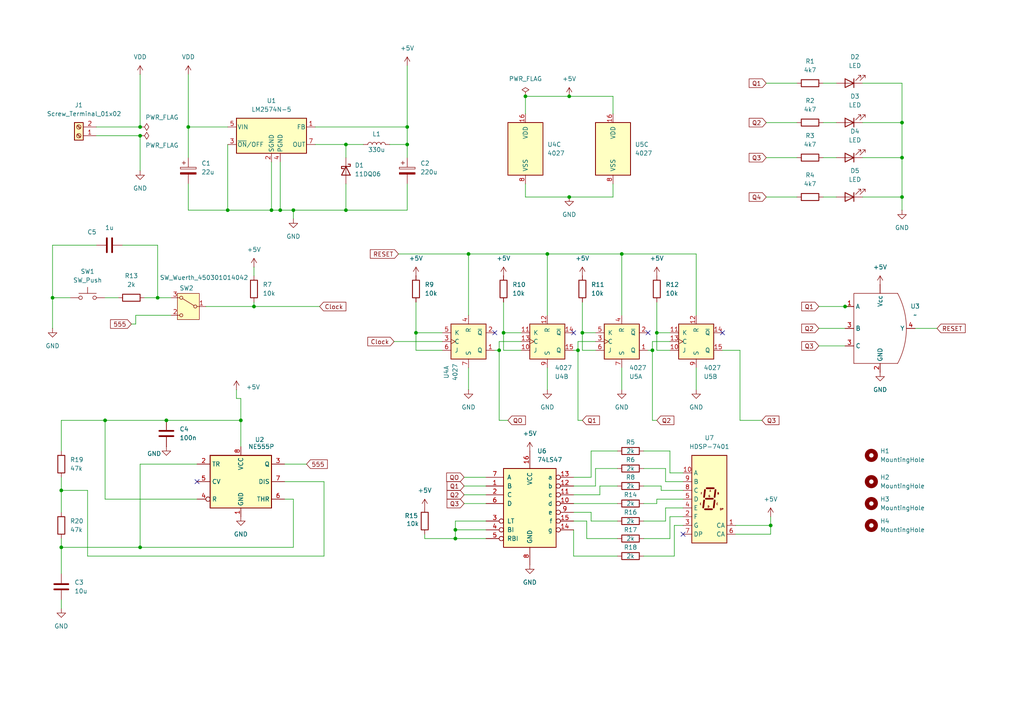
<source format=kicad_sch>
(kicad_sch (version 20250114) (generator "eeschema") (generator_version "9.0")
  (paper "A4")
  (title_block (title "BCD Counter"))
  (lib_symbols
    (symbol "4xxx:4027" (pin_names (offset 1.016))
      (property "Reference" "U" (at -7.62 8.89 0))
      (property "Value" "4027" (at -7.62 -8.89 0))
      (symbol "4027_1_1"
        (pin input line (at -7.62 2.54 0) (length 2.54) (name "J") (number "6"))
        (pin input clock (at -7.62 0 0) (length 2.54) (name "C") (number "3"))
        (pin input line (at -7.62 -2.54 0) (length 2.54) (name "K") (number "5"))
        (pin input line (at 0 7.62 270) (length 2.54) (name "S") (number "7"))
        (pin input line (at 0 -7.62 90) (length 2.54) (name "R") (number "4"))
        (pin output line (at 7.62 2.54 180) (length 2.54) (name "Q") (number "1"))
        (pin output line (at 7.62 -2.54 180) (length 2.54) (name "~{Q}") (number "2"))
      )
      (symbol "4027_2_1"
        (pin input line (at -7.62 2.54 0) (length 2.54) (name "J") (number "10"))
        (pin input clock (at -7.62 0 0) (length 2.54) (name "C") (number "13"))
        (pin input line (at -7.62 -2.54 0) (length 2.54) (name "K") (number "11"))
        (pin input line (at 0 7.62 270) (length 2.54) (name "S") (number "9"))
        (pin input line (at 0 -7.62 90) (length 2.54) (name "R") (number "12"))
        (pin output line (at 7.62 2.54 180) (length 2.54) (name "Q") (number "15"))
        (pin output line (at 7.62 -2.54 180) (length 2.54) (name "~{Q}") (number "14"))
      )
      (symbol "4027_3_0"
        (pin power_in line (at 0 10.16 270) (length 2.54) (name "VDD") (number "16"))
        (pin power_in line (at 0 -10.16 90) (length 2.54) (name "VSS") (number "8"))
      )
    )
    (symbol "74xx:74LS47" (pin_names (offset 1.016))
      (property "Reference" "U" (at -7.62 11.43 0))
      (property "Value" "74LS47" (at -7.62 -13.97 0))
      (symbol "74LS47_1_0"
        (pin input line (at -12.7 7.62 0) (length 5.08) (name "A") (number "7"))
        (pin input line (at -12.7 5.08 0) (length 5.08) (name "B") (number "1"))
        (pin input line (at -12.7 2.54 0) (length 5.08) (name "C") (number "2"))
        (pin input line (at -12.7 0 0) (length 5.08) (name "D") (number "6"))
        (pin input inverted (at -12.7 -5.08 0) (length 5.08) (name "LT") (number "3"))
        (pin input inverted (at -12.7 -7.62 0) (length 5.08) (name "BI") (number "4"))
        (pin input inverted (at -12.7 -10.16 0) (length 5.08) (name "RBI") (number "5"))
        (pin power_in line (at 0 15.24 270) (length 5.08) (name "VCC") (number "16"))
        (pin power_in line (at 0 -17.78 90) (length 5.08) (name "GND") (number "8"))
        (pin open_collector inverted (at 12.7 7.62 180) (length 5.08) (name "a") (number "13"))
        (pin open_collector inverted (at 12.7 5.08 180) (length 5.08) (name "b") (number "12"))
        (pin open_collector inverted (at 12.7 2.54 180) (length 5.08) (name "c") (number "11"))
        (pin open_collector inverted (at 12.7 0 180) (length 5.08) (name "d") (number "10"))
        (pin open_collector inverted (at 12.7 -2.54 180) (length 5.08) (name "e") (number "9"))
        (pin open_collector inverted (at 12.7 -5.08 180) (length 5.08) (name "f") (number "15"))
        (pin open_collector inverted (at 12.7 -7.62 180) (length 5.08) (name "g") (number "14"))
      )
    )
    (symbol "Connector:Screw_Terminal_01x02" (pin_names (offset 1.016) (hide yes))
      (property "Reference" "J" (at 0 2.54 0))
      (property "Value" "Screw_Terminal_01x02" (at 0 -5.08 0))
      (symbol "Screw_Terminal_01x02_1_1"
        (pin passive line (at -5.08 0 0) (length 3.81) (name "Pin_1") (number "1"))
        (pin passive line (at -5.08 -2.54 0) (length 3.81) (name "Pin_2") (number "2"))
      )
    )
    (symbol "Device:C" (pin_numbers (hide yes)) (pin_names (offset 0.254))
      (property "Reference" "C" (at 0.635 2.54 0))
      (property "Value" "C" (at 0.635 -2.54 0))
      (symbol "C_1_1"
        (pin passive line (at 0 3.81 270) (length 2.794) (name "~") (number "1"))
        (pin passive line (at 0 -3.81 90) (length 2.794) (name "~") (number "2"))
      )
    )
    (symbol "Device:C_Polarized" (pin_numbers (hide yes)) (pin_names (offset 0.254))
      (property "Reference" "C" (at 0.635 2.54 0))
      (property "Value" "C_Polarized" (at 0.635 -2.54 0))
      (symbol "C_Polarized_1_1"
        (pin passive line (at 0 3.81 270) (length 2.794) (name "~") (number "1"))
        (pin passive line (at 0 -3.81 90) (length 2.794) (name "~") (number "2"))
      )
    )
    (symbol "Device:D_Schottky" (pin_numbers (hide yes)) (pin_names (offset 1.016) (hide yes))
      (property "Reference" "D" (at 0 2.54 0))
      (property "Value" "D_Schottky" (at 0 -2.54 0))
      (symbol "D_Schottky_1_1"
        (pin passive line (at -3.81 0 0) (length 2.54) (name "K") (number "1"))
        (pin passive line (at 3.81 0 180) (length 2.54) (name "A") (number "2"))
      )
    )
    (symbol "Device:L" (pin_numbers (hide yes)) (pin_names (offset 1.016) (hide yes))
      (property "Reference" "L" (at -1.27 0 90))
      (property "Value" "L" (at 1.905 0 90))
      (symbol "L_1_1"
        (pin passive line (at 0 3.81 270) (length 1.27) (name "1") (number "1"))
        (pin passive line (at 0 -3.81 90) (length 1.27) (name "2") (number "2"))
      )
    )
    (symbol "Device:LED" (pin_numbers (hide yes)) (pin_names (offset 1.016) (hide yes))
      (property "Reference" "D" (at 0 2.54 0))
      (property "Value" "LED" (at 0 -2.54 0))
      (symbol "LED_1_1"
        (pin passive line (at -3.81 0 0) (length 2.54) (name "K") (number "1"))
        (pin passive line (at 3.81 0 180) (length 2.54) (name "A") (number "2"))
      )
    )
    (symbol "Device:R" (pin_numbers (hide yes)) (pin_names (offset 0))
      (property "Reference" "R" (at 2.032 0 90))
      (property "Value" "R" (at 0 0 90))
      (symbol "R_1_1"
        (pin passive line (at 0 3.81 270) (length 1.27) (name "~") (number "1"))
        (pin passive line (at 0 -3.81 90) (length 1.27) (name "~") (number "2"))
      )
    )
    (symbol "Display_Character:HDSP-7401"
      (property "Reference" "U" (at -3.81 13.97 0))
      (property "Value" "HDSP-7401" (at 6.35 13.97 0))
      (symbol "HDSP-7401_1_0"
        (text "E" (at -2.54 -1.397 0) (effects (font (size 0.508 0.508))))
        (text "F" (at -2.286 1.651 0) (effects (font (size 0.508 0.508))))
        (text "D" (at -0.254 -2.159 0) (effects (font (size 0.508 0.508))))
        (text "G" (at 0 0.889 0) (effects (font (size 0.508 0.508))))
        (text "A" (at 0.254 2.413 0) (effects (font (size 0.508 0.508))))
        (text "C" (at 2.286 -1.397 0) (effects (font (size 0.508 0.508))))
        (text "B" (at 2.54 1.651 0) (effects (font (size 0.508 0.508))))
        (text "DP" (at 3.556 -2.921 0) (effects (font (size 0.508 0.508))))
      )
      (symbol "HDSP-7401_1_1"
        (pin input line (at -7.62 7.62 0) (length 2.54) (name "A") (number "10"))
        (pin input line (at -7.62 5.08 0) (length 2.54) (name "B") (number "9"))
        (pin input line (at -7.62 2.54 0) (length 2.54) (name "C") (number "8"))
        (pin input line (at -7.62 0 0) (length 2.54) (name "D") (number "5"))
        (pin input line (at -7.62 -2.54 0) (length 2.54) (name "E") (number "4"))
        (pin input line (at -7.62 -5.08 0) (length 2.54) (name "F") (number "2"))
        (pin input line (at -7.62 -7.62 0) (length 2.54) (name "G") (number "3"))
        (pin input line (at -7.62 -10.16 0) (length 2.54) (name "DP") (number "7"))
        (pin input line (at 7.62 -7.62 180) (length 2.54) (name "CA") (number "1"))
        (pin input line (at 7.62 -10.16 180) (length 2.54) (name "CA") (number "6"))
      )
    )
    (symbol "Mechanical:MountingHole" (pin_names (offset 1.016)) (in_bom no)
      (property "Reference" "H" (at 0 5.08 0))
      (property "Value" "MountingHole" (at 0 3.175 0))
    )
    (symbol "Regulator_Switching:LM2574N-5" (pin_names (offset 0.254))
      (property "Reference" "U" (at -10.16 6.35 0))
      (property "Value" "LM2574N-5" (at 0 6.35 0))
      (symbol "LM2574N-5_1_1"
        (pin power_in line (at -12.7 2.54 0) (length 2.54) (name "VIN") (number "5"))
        (pin input line (at -12.7 -2.54 0) (length 2.54) (name "~{ON}/OFF") (number "3"))
        (pin no_connect line (at -10.16 0 0) (length 2.54) (hide yes) (name "NC") (number "6"))
        (pin power_in line (at 0 -7.62 90) (length 2.54) (name "SGND") (number "2"))
        (pin power_in line (at 2.54 -7.62 90) (length 2.54) (name "PGND") (number "4"))
        (pin no_connect line (at 10.16 0 180) (length 2.54) (hide yes) (name "NC") (number "8"))
        (pin input line (at 12.7 2.54 180) (length 2.54) (name "FB") (number "1"))
        (pin output line (at 12.7 -2.54 180) (length 2.54) (name "OUT") (number "7"))
      )
    )
    (symbol "Simboli:SN74LVC1G11"
      (property "Reference" "U" (at 0 0 0))
      (symbol "SN74LVC1G11_1_1"
        (pin input line (at -2.54 -7.62 0) (length 2.54) (name "A") (number "1"))
        (pin input line (at -2.54 -13.97 0) (length 2.54) (name "B") (number "3"))
        (pin input line (at -2.54 -19.05 0) (length 2.54) (name "C") (number "3"))
        (pin power_in line (at 7.62 -1.27 270) (length 2.54) (name "Vcc") (number ""))
        (pin power_in line (at 7.62 -26.67 90) (length 2.54) (name "GND") (number "2"))
        (pin output line (at 17.78 -13.97 180) (length 2.54) (name "Y") (number "4"))
      )
    )
    (symbol "Switch:SW_Push" (pin_numbers (hide yes)) (pin_names (offset 1.016) (hide yes))
      (property "Reference" "SW" (at 1.27 2.54 0))
      (property "Value" "SW_Push" (at 0 -1.524 0))
      (symbol "SW_Push_0_1"
        (pin passive line (at -5.08 0 0) (length 2.54) (name "1") (number "1"))
        (pin passive line (at 5.08 0 180) (length 2.54) (name "2") (number "2"))
      )
    )
    (symbol "Switch:SW_Wuerth_450301014042" (pin_names (offset 1) (hide yes))
      (property "Reference" "SW" (at 0 5.08 0))
      (property "Value" "SW_Wuerth_450301014042" (at 0 -5.08 0))
      (symbol "SW_Wuerth_450301014042_1_1"
        (pin passive line (at -5.08 0 0) (length 2.54) (name "B") (number "1"))
        (pin passive line (at 5.08 2.54 180) (length 2.54) (name "A") (number "3"))
        (pin passive line (at 5.08 -2.54 180) (length 2.54) (name "C") (number "2"))
      )
    )
    (symbol "Timer:NE555P"
      (property "Reference" "U" (at -10.16 8.89 0))
      (property "Value" "NE555P" (at 2.54 8.89 0))
      (symbol "NE555P_0_0"
        (pin power_in line (at 0 10.16 270) (length 2.54) (name "VCC") (number "8"))
        (pin power_in line (at 0 -10.16 90) (length 2.54) (name "GND") (number "1"))
      )
      (symbol "NE555P_1_1"
        (pin input line (at -12.7 5.08 0) (length 3.81) (name "TR") (number "2"))
        (pin input line (at -12.7 0 0) (length 3.81) (name "CV") (number "5"))
        (pin input inverted (at -12.7 -5.08 0) (length 3.81) (name "R") (number "4"))
        (pin output line (at 12.7 5.08 180) (length 3.81) (name "Q") (number "3"))
        (pin input line (at 12.7 0 180) (length 3.81) (name "DIS") (number "7"))
        (pin input line (at 12.7 -5.08 180) (length 3.81) (name "THR") (number "6"))
      )
    )
    (symbol "power:+5V" (power) (pin_numbers (hide yes)) (pin_names (offset 0) (hide yes))
      (property "Value" "+5V" (at 0 3.556 0))
      (symbol "+5V_1_1"
        (pin power_in line (at 0 0 90) (length 0) (name "~") (number "1"))
      )
    )
    (symbol "power:GND" (power) (pin_numbers (hide yes)) (pin_names (offset 0) (hide yes))
      (property "Value" "GND" (at 0 -3.81 0))
      (symbol "GND_1_1"
        (pin power_in line (at 0 0 270) (length 0) (name "~") (number "1"))
      )
    )
    (symbol "power:PWR_FLAG" (power) (pin_numbers (hide yes)) (pin_names (offset 0) (hide yes))
      (property "Value" "PWR_FLAG" (at 0 3.81 0))
      (symbol "PWR_FLAG_0_0"
        (pin power_out line (at 0 0 90) (length 0) (name "~") (number "1"))
      )
    )
    (symbol "power:VDD" (power) (pin_numbers (hide yes)) (pin_names (offset 0) (hide yes))
      (property "Value" "VDD" (at 0 3.556 0))
      (symbol "VDD_1_1"
        (pin power_in line (at 0 0 90) (length 0) (name "~") (number "1"))
      )
    )
  )
  (junction (at 100.33 60.96))
  (junction (at 17.78 158.75))
  (junction (at 30.48 121.92))
  (junction (at 165.1 27.94))
  (junction (at 81.28 60.96))
  (junction (at 132.08 153.67))
  (junction (at 120.65 96.52))
  (junction (at 15.24 86.36))
  (junction (at 78.74 60.96))
  (junction (at 54.61 36.83))
  (junction (at 45.72 86.36))
  (junction (at 40.64 39.37))
  (junction (at 152.4 27.94))
  (junction (at 144.78 101.6))
  (junction (at 48.26 121.92))
  (junction (at 40.64 158.75))
  (junction (at 168.91 96.52))
  (junction (at 132.08 156.21))
  (junction (at 245.11 88.9))
  (junction (at 17.78 142.24))
  (junction (at 118.11 36.83))
  (junction (at 261.62 57.15))
  (junction (at 100.33 41.91))
  (junction (at 66.04 60.96))
  (junction (at 146.05 96.52))
  (junction (at 189.23 101.6))
  (junction (at 118.11 41.91))
  (junction (at 261.62 45.72))
  (junction (at 158.75 73.66))
  (junction (at 40.64 36.83))
  (junction (at 135.89 73.66))
  (junction (at 167.64 101.6))
  (junction (at 190.5 96.52))
  (junction (at 180.34 73.66))
  (junction (at 69.85 121.92))
  (junction (at 261.62 35.56))
  (junction (at 85.09 60.96))
  (junction (at 223.52 152.4))
  (junction (at 165.1 57.15))
  (junction (at 73.66 88.9))
  (no_connect (at 209.55 96.52))
  (no_connect (at 198.12 154.94))
  (no_connect (at 143.51 96.52))
  (no_connect (at 57.15 139.7))
  (no_connect (at 187.96 96.52))
  (no_connect (at 166.37 96.52))
  (wire (pts (xy 134.62 138.43) (xy 140.97 138.43)))
  (wire (pts (xy 166.37 140.97) (xy 172.72 140.97)))
  (wire (pts (xy 54.61 60.96) (xy 54.61 53.34)))
  (wire (pts (xy 17.78 173.99) (xy 17.78 176.53)))
  (wire (pts (xy 82.55 144.78) (xy 85.09 144.78)))
  (wire (pts (xy 118.11 36.83) (xy 118.11 41.91)))
  (wire (pts (xy 135.89 73.66) (xy 115.57 73.66)))
  (wire (pts (xy 27.94 36.83) (xy 40.64 36.83)))
  (wire (pts (xy 91.44 36.83) (xy 118.11 36.83)))
  (wire (pts (xy 54.61 60.96) (xy 66.04 60.96)))
  (wire (pts (xy 222.25 45.72) (xy 231.14 45.72)))
  (wire (pts (xy 146.05 101.6) (xy 146.05 96.52)))
  (wire (pts (xy 27.94 39.37) (xy 40.64 39.37)))
  (wire (pts (xy 135.89 91.44) (xy 135.89 73.66)))
  (wire (pts (xy 223.52 152.4) (xy 223.52 149.86)))
  (wire (pts (xy 25.4 161.29) (xy 25.4 142.24)))
  (wire (pts (xy 167.64 101.6) (xy 167.64 99.06)))
  (wire (pts (xy 173.99 143.51) (xy 173.99 140.97)))
  (wire (pts (xy 45.72 86.36) (xy 49.53 86.36)))
  (wire (pts (xy 201.93 106.68) (xy 201.93 113.03)))
  (wire (pts (xy 45.72 71.12) (xy 45.72 86.36)))
  (wire (pts (xy 168.91 101.6) (xy 168.91 96.52)))
  (wire (pts (xy 66.04 41.91) (xy 66.04 60.96)))
  (wire (pts (xy 198.12 149.86) (xy 194.31 149.86)))
  (wire (pts (xy 180.34 106.68) (xy 180.34 113.03)))
  (wire (pts (xy 194.31 137.16) (xy 194.31 130.81)))
  (wire (pts (xy 144.78 121.92) (xy 144.78 101.6)))
  (wire (pts (xy 201.93 73.66) (xy 180.34 73.66)))
  (wire (pts (xy 73.66 77.47) (xy 73.66 80.01)))
  (wire (pts (xy 177.8 27.94) (xy 165.1 27.94)))
  (wire (pts (xy 190.5 101.6) (xy 190.5 96.52)))
  (wire (pts (xy 128.27 101.6) (xy 120.65 101.6)))
  (wire (pts (xy 198.12 147.32) (xy 193.04 147.32)))
  (wire (pts (xy 189.23 121.92) (xy 189.23 101.6)))
  (wire (pts (xy 214.63 101.6) (xy 209.55 101.6)))
  (wire (pts (xy 35.56 71.12) (xy 45.72 71.12)))
  (wire (pts (xy 30.48 144.78) (xy 30.48 121.92)))
  (wire (pts (xy 17.78 121.92) (xy 30.48 121.92)))
  (wire (pts (xy 146.05 96.52) (xy 151.13 96.52)))
  (wire (pts (xy 118.11 60.96) (xy 100.33 60.96)))
  (wire (pts (xy 214.63 121.92) (xy 214.63 101.6)))
  (wire (pts (xy 81.28 60.96) (xy 85.09 60.96)))
  (wire (pts (xy 193.04 147.32) (xy 193.04 151.13)))
  (wire (pts (xy 158.75 106.68) (xy 158.75 113.03)))
  (wire (pts (xy 134.62 146.05) (xy 140.97 146.05)))
  (wire (pts (xy 152.4 27.94) (xy 152.4 33.02)))
  (wire (pts (xy 166.37 101.6) (xy 167.64 101.6)))
  (wire (pts (xy 152.4 57.15) (xy 165.1 57.15)))
  (wire (pts (xy 48.26 121.92) (xy 69.85 121.92)))
  (wire (pts (xy 191.77 142.24) (xy 191.77 140.97)))
  (wire (pts (xy 170.18 151.13) (xy 170.18 156.21)))
  (wire (pts (xy 113.03 41.91) (xy 118.11 41.91)))
  (wire (pts (xy 40.64 134.62) (xy 40.64 158.75)))
  (wire (pts (xy 85.09 60.96) (xy 85.09 63.5)))
  (wire (pts (xy 91.44 41.91) (xy 100.33 41.91)))
  (wire (pts (xy 134.62 140.97) (xy 140.97 140.97)))
  (wire (pts (xy 238.76 57.15) (xy 242.57 57.15)))
  (wire (pts (xy 222.25 57.15) (xy 231.14 57.15)))
  (wire (pts (xy 193.04 151.13) (xy 186.69 151.13)))
  (wire (pts (xy 172.72 140.97) (xy 172.72 135.89)))
  (wire (pts (xy 193.04 135.89) (xy 186.69 135.89)))
  (wire (pts (xy 172.72 96.52) (xy 168.91 96.52)))
  (wire (pts (xy 132.08 153.67) (xy 140.97 153.67)))
  (wire (pts (xy 166.37 153.67) (xy 166.37 161.29)))
  (wire (pts (xy 93.98 139.7) (xy 93.98 161.29)))
  (wire (pts (xy 238.76 24.13) (xy 242.57 24.13)))
  (wire (pts (xy 15.24 86.36) (xy 20.32 86.36)))
  (wire (pts (xy 177.8 53.34) (xy 177.8 57.15)))
  (wire (pts (xy 152.4 53.34) (xy 152.4 57.15)))
  (wire (pts (xy 261.62 24.13) (xy 261.62 35.56)))
  (wire (pts (xy 166.37 143.51) (xy 173.99 143.51)))
  (wire (pts (xy 118.11 41.91) (xy 118.11 45.72)))
  (wire (pts (xy 177.8 57.15) (xy 165.1 57.15)))
  (wire (pts (xy 190.5 96.52) (xy 194.31 96.52)))
  (wire (pts (xy 190.5 121.92) (xy 189.23 121.92)))
  (wire (pts (xy 171.45 130.81) (xy 179.07 130.81)))
  (wire (pts (xy 198.12 152.4) (xy 195.58 152.4)))
  (wire (pts (xy 30.48 86.36) (xy 34.29 86.36)))
  (wire (pts (xy 158.75 73.66) (xy 135.89 73.66)))
  (wire (pts (xy 146.05 96.52) (xy 146.05 87.63)))
  (wire (pts (xy 17.78 142.24) (xy 17.78 148.59)))
  (wire (pts (xy 82.55 134.62) (xy 88.9 134.62)))
  (wire (pts (xy 193.04 139.7) (xy 193.04 135.89)))
  (wire (pts (xy 144.78 99.06) (xy 151.13 99.06)))
  (wire (pts (xy 17.78 158.75) (xy 17.78 166.37)))
  (wire (pts (xy 114.3 99.06) (xy 128.27 99.06)))
  (wire (pts (xy 166.37 146.05) (xy 179.07 146.05)))
  (wire (pts (xy 38.1 93.98) (xy 39.37 93.98)))
  (wire (pts (xy 237.49 95.25) (xy 245.11 95.25)))
  (wire (pts (xy 166.37 138.43) (xy 171.45 138.43)))
  (wire (pts (xy 73.66 88.9) (xy 92.71 88.9)))
  (wire (pts (xy 69.85 115.57) (xy 69.85 121.92)))
  (wire (pts (xy 167.64 99.06) (xy 172.72 99.06)))
  (wire (pts (xy 245.11 88.9) (xy 246.38 88.9)))
  (wire (pts (xy 198.12 139.7) (xy 193.04 139.7)))
  (wire (pts (xy 198.12 142.24) (xy 191.77 142.24)))
  (wire (pts (xy 54.61 36.83) (xy 66.04 36.83)))
  (wire (pts (xy 166.37 148.59) (xy 171.45 148.59)))
  (wire (pts (xy 140.97 151.13) (xy 132.08 151.13)))
  (wire (pts (xy 250.19 57.15) (xy 261.62 57.15)))
  (wire (pts (xy 73.66 87.63) (xy 73.66 88.9)))
  (wire (pts (xy 78.74 46.99) (xy 78.74 60.96)))
  (wire (pts (xy 158.75 91.44) (xy 158.75 73.66)))
  (wire (pts (xy 93.98 161.29) (xy 25.4 161.29)))
  (wire (pts (xy 30.48 121.92) (xy 48.26 121.92)))
  (wire (pts (xy 118.11 19.05) (xy 118.11 36.83)))
  (wire (pts (xy 147.32 121.92) (xy 144.78 121.92)))
  (wire (pts (xy 25.4 142.24) (xy 17.78 142.24)))
  (wire (pts (xy 238.76 35.56) (xy 242.57 35.56)))
  (wire (pts (xy 118.11 53.34) (xy 118.11 60.96)))
  (wire (pts (xy 144.78 101.6) (xy 144.78 99.06)))
  (wire (pts (xy 17.78 130.81) (xy 17.78 121.92)))
  (wire (pts (xy 171.45 151.13) (xy 179.07 151.13)))
  (wire (pts (xy 194.31 130.81) (xy 186.69 130.81)))
  (wire (pts (xy 54.61 21.59) (xy 54.61 36.83)))
  (wire (pts (xy 190.5 96.52) (xy 190.5 87.63)))
  (wire (pts (xy 194.31 149.86) (xy 194.31 156.21)))
  (wire (pts (xy 168.91 96.52) (xy 168.91 87.63)))
  (wire (pts (xy 250.19 45.72) (xy 261.62 45.72)))
  (wire (pts (xy 261.62 57.15) (xy 261.62 60.96)))
  (wire (pts (xy 69.85 121.92) (xy 69.85 129.54)))
  (wire (pts (xy 151.13 101.6) (xy 146.05 101.6)))
  (wire (pts (xy 68.58 113.03) (xy 68.58 115.57)))
  (wire (pts (xy 120.65 96.52) (xy 128.27 96.52)))
  (wire (pts (xy 132.08 153.67) (xy 132.08 156.21)))
  (wire (pts (xy 40.64 39.37) (xy 40.64 49.53)))
  (wire (pts (xy 152.4 27.94) (xy 165.1 27.94)))
  (wire (pts (xy 143.51 101.6) (xy 144.78 101.6)))
  (wire (pts (xy 180.34 73.66) (xy 158.75 73.66)))
  (wire (pts (xy 123.19 156.21) (xy 123.19 154.94)))
  (wire (pts (xy 172.72 135.89) (xy 179.07 135.89)))
  (wire (pts (xy 140.97 156.21) (xy 132.08 156.21)))
  (wire (pts (xy 85.09 158.75) (xy 40.64 158.75)))
  (wire (pts (xy 66.04 60.96) (xy 78.74 60.96)))
  (wire (pts (xy 85.09 144.78) (xy 85.09 158.75)))
  (wire (pts (xy 180.34 91.44) (xy 180.34 73.66)))
  (wire (pts (xy 213.36 152.4) (xy 223.52 152.4)))
  (wire (pts (xy 167.64 121.92) (xy 167.64 101.6)))
  (wire (pts (xy 17.78 156.21) (xy 17.78 158.75)))
  (wire (pts (xy 41.91 86.36) (xy 45.72 86.36)))
  (wire (pts (xy 189.23 99.06) (xy 194.31 99.06)))
  (wire (pts (xy 100.33 41.91) (xy 105.41 41.91)))
  (wire (pts (xy 170.18 156.21) (xy 179.07 156.21)))
  (wire (pts (xy 85.09 60.96) (xy 100.33 60.96)))
  (wire (pts (xy 59.69 88.9) (xy 73.66 88.9)))
  (wire (pts (xy 171.45 138.43) (xy 171.45 130.81)))
  (wire (pts (xy 57.15 144.78) (xy 30.48 144.78)))
  (wire (pts (xy 17.78 138.43) (xy 17.78 142.24)))
  (wire (pts (xy 168.91 121.92) (xy 167.64 121.92)))
  (wire (pts (xy 39.37 93.98) (xy 39.37 91.44)))
  (wire (pts (xy 69.85 115.57) (xy 68.58 115.57)))
  (wire (pts (xy 237.49 100.33) (xy 245.11 100.33)))
  (wire (pts (xy 261.62 35.56) (xy 261.62 45.72)))
  (wire (pts (xy 195.58 152.4) (xy 195.58 161.29)))
  (wire (pts (xy 271.78 95.25) (xy 265.43 95.25)))
  (wire (pts (xy 250.19 35.56) (xy 261.62 35.56)))
  (wire (pts (xy 177.8 33.02) (xy 177.8 27.94)))
  (wire (pts (xy 54.61 36.83) (xy 54.61 45.72)))
  (wire (pts (xy 40.64 158.75) (xy 17.78 158.75)))
  (wire (pts (xy 40.64 36.83) (xy 40.64 21.59)))
  (wire (pts (xy 261.62 45.72) (xy 261.62 57.15)))
  (wire (pts (xy 166.37 161.29) (xy 179.07 161.29)))
  (wire (pts (xy 100.33 41.91) (xy 100.33 45.72)))
  (wire (pts (xy 57.15 134.62) (xy 40.64 134.62)))
  (wire (pts (xy 135.89 106.68) (xy 135.89 113.03)))
  (wire (pts (xy 132.08 156.21) (xy 123.19 156.21)))
  (wire (pts (xy 190.5 146.05) (xy 186.69 146.05)))
  (wire (pts (xy 132.08 151.13) (xy 132.08 153.67)))
  (wire (pts (xy 15.24 71.12) (xy 15.24 86.36)))
  (wire (pts (xy 195.58 161.29) (xy 186.69 161.29)))
  (wire (pts (xy 223.52 154.94) (xy 223.52 152.4)))
  (wire (pts (xy 191.77 140.97) (xy 186.69 140.97)))
  (wire (pts (xy 237.49 88.9) (xy 245.11 88.9)))
  (wire (pts (xy 194.31 101.6) (xy 190.5 101.6)))
  (wire (pts (xy 15.24 86.36) (xy 15.24 95.25)))
  (wire (pts (xy 173.99 140.97) (xy 179.07 140.97)))
  (wire (pts (xy 166.37 151.13) (xy 170.18 151.13)))
  (wire (pts (xy 39.37 91.44) (xy 49.53 91.44)))
  (wire (pts (xy 220.98 121.92) (xy 214.63 121.92)))
  (wire (pts (xy 172.72 101.6) (xy 168.91 101.6)))
  (wire (pts (xy 194.31 156.21) (xy 186.69 156.21)))
  (wire (pts (xy 100.33 53.34) (xy 100.33 60.96)))
  (wire (pts (xy 82.55 139.7) (xy 93.98 139.7)))
  (wire (pts (xy 189.23 101.6) (xy 189.23 99.06)))
  (wire (pts (xy 190.5 144.78) (xy 190.5 146.05)))
  (wire (pts (xy 187.96 101.6) (xy 189.23 101.6)))
  (wire (pts (xy 81.28 46.99) (xy 81.28 60.96)))
  (wire (pts (xy 198.12 137.16) (xy 194.31 137.16)))
  (wire (pts (xy 198.12 144.78) (xy 190.5 144.78)))
  (wire (pts (xy 120.65 101.6) (xy 120.65 96.52)))
  (wire (pts (xy 78.74 60.96) (xy 81.28 60.96)))
  (wire (pts (xy 250.19 24.13) (xy 261.62 24.13)))
  (wire (pts (xy 238.76 45.72) (xy 242.57 45.72)))
  (wire (pts (xy 222.25 35.56) (xy 231.14 35.56)))
  (wire (pts (xy 201.93 91.44) (xy 201.93 73.66)))
  (wire (pts (xy 134.62 143.51) (xy 140.97 143.51)))
  (wire (pts (xy 171.45 148.59) (xy 171.45 151.13)))
  (wire (pts (xy 27.94 71.12) (xy 15.24 71.12)))
  (wire (pts (xy 222.25 24.13) (xy 231.14 24.13)))
  (wire (pts (xy 120.65 96.52) (xy 120.65 87.63)))
  (wire (pts (xy 213.36 154.94) (xy 223.52 154.94)))
  (global_label "555" (shape input) (at 38.1 93.98 180) (property "Intersheetrefs" "${INTERSHEET_REFS}" (effects (hide yes))))
  (global_label "Q2" (shape input) (at 134.62 143.51 180) (property "Intersheetrefs" "${INTERSHEET_REFS}" (effects (hide yes))))
  (global_label "QO" (shape input) (at 134.62 138.43 180) (property "Intersheetrefs" "${INTERSHEET_REFS}" (effects (hide yes))))
  (global_label "Q3" (shape input) (at 237.49 100.33 180) (property "Intersheetrefs" "${INTERSHEET_REFS}" (effects (hide yes))))
  (global_label "Q1" (shape input) (at 134.62 140.97 180) (property "Intersheetrefs" "${INTERSHEET_REFS}" (effects (hide yes))))
  (global_label "Q4" (shape input) (at 222.25 57.15 180) (property "Intersheetrefs" "${INTERSHEET_REFS}" (effects (hide yes))))
  (global_label "Q1" (shape input) (at 222.25 24.13 180) (property "Intersheetrefs" "${INTERSHEET_REFS}" (effects (hide yes))))
  (global_label "RESET" (shape input) (at 271.78 95.25 0) (property "Intersheetrefs" "${INTERSHEET_REFS}" (effects (hide yes))))
  (global_label "Q3" (shape input) (at 222.25 45.72 180) (property "Intersheetrefs" "${INTERSHEET_REFS}" (effects (hide yes))))
  (global_label "Q3" (shape input) (at 134.62 146.05 180) (property "Intersheetrefs" "${INTERSHEET_REFS}" (effects (hide yes))))
  (global_label "Q2" (shape input) (at 222.25 35.56 180) (property "Intersheetrefs" "${INTERSHEET_REFS}" (effects (hide yes))))
  (global_label "RESET" (shape input) (at 115.57 73.66 180) (property "Intersheetrefs" "${INTERSHEET_REFS}" (effects (hide yes))))
  (global_label "Clock" (shape input) (at 114.3 99.06 180) (property "Intersheetrefs" "${INTERSHEET_REFS}" (effects (hide yes))))
  (global_label "Q2" (shape input) (at 190.5 121.92 0) (property "Intersheetrefs" "${INTERSHEET_REFS}" (effects (hide yes))))
  (global_label "Q3" (shape input) (at 220.98 121.92 0) (property "Intersheetrefs" "${INTERSHEET_REFS}" (effects (hide yes))))
  (global_label "QO" (shape input) (at 147.32 121.92 0) (property "Intersheetrefs" "${INTERSHEET_REFS}" (effects (hide yes))))
  (global_label "Q2" (shape input) (at 237.49 95.25 180) (property "Intersheetrefs" "${INTERSHEET_REFS}" (effects (hide yes))))
  (global_label "555" (shape input) (at 88.9 134.62 0) (property "Intersheetrefs" "${INTERSHEET_REFS}" (effects (hide yes))))
  (global_label "Q1" (shape input) (at 168.91 121.92 0) (property "Intersheetrefs" "${INTERSHEET_REFS}" (effects (hide yes))))
  (global_label "Clock" (shape input) (at 92.71 88.9 0) (property "Intersheetrefs" "${INTERSHEET_REFS}" (effects (hide yes))))
  (global_label "Q1" (shape input) (at 237.49 88.9 180) (property "Intersheetrefs" "${INTERSHEET_REFS}" (effects (hide yes))))
  (symbol (lib_id "power:+5V") (at 223.52 149.86 0) (unit 1)
    (property "Reference" "#PWR024" (effects (hide yes)))
    (property "Value" "+5V" (at 223.52 144.78 0))
    (property "Description" "Power symbol creates a global label with name \"+5V\"" (effects (hide yes)))
  )
  (symbol (lib_id "4xxx:4027") (at 177.8 43.18 0) (unit 3)
    (property "Reference" "U5" (at 184.15 41.9099 0) (effects (justify left)))
    (property "Value" "4027" (at 184.15 44.4499 0) (effects (justify left)))
    (property "Footprint" "Package_DIP:DIP-16_W7.62mm_Socket_LongPads" (effects (hide yes)))
    (property "Datasheet" "http://www.intersil.com/content/dam/Intersil/documents/cd40/cd4027bms.pdf" (effects (hide yes)))
    (property "Description" "Dual JK FlipFlop, set & reset" (effects (hide yes)))
  )
  (symbol (lib_id "power:GND") (at 48.26 129.54 0) (unit 1)
    (property "Reference" "#PWR08" (effects (hide yes)))
    (property "Value" "GND" (at 44.704 131.572 0))
    (property "Description" "Power symbol creates a global label with name \"GND\" , ground" (effects (hide yes)))
  )
  (symbol (lib_id "4xxx:4027") (at 201.93 99.06 0) (mirror x) (unit 2)
    (property "Reference" "U5" (at 204.0733 109.22 0) (effects (justify left)))
    (property "Value" "4027" (at 204.0733 106.68 0) (effects (justify left)))
    (property "Footprint" "Package_DIP:DIP-16_W7.62mm_Socket_LongPads" (effects (hide yes)))
    (property "Datasheet" "http://www.intersil.com/content/dam/Intersil/documents/cd40/cd4027bms.pdf" (effects (hide yes)))
    (property "Description" "Dual JK FlipFlop, set & reset" (effects (hide yes)))
  )
  (symbol (lib_id "power:+5V") (at 255.27 82.55 0) (unit 1)
    (property "Reference" "#PWR028" (effects (hide yes)))
    (property "Value" "+5V" (at 255.27 77.47 0))
    (property "Description" "Power symbol creates a global label with name \"+5V\"" (effects (hide yes)))
  )
  (symbol (lib_id "Timer:NE555P") (at 69.85 139.7 0) (unit 1)
    (property "Reference" "U2" (at 73.914 127.508 0) (effects (justify left)))
    (property "Value" "NE555P" (at 71.9933 129.54 0) (effects (justify left)))
    (property "Footprint" "Package_DIP:DIP-8_W7.62mm" (effects (hide yes)))
    (property "Datasheet" "http://www.ti.com/lit/ds/symlink/ne555.pdf" (effects (hide yes)))
    (property "Description" "Precision Timers, 555 compatible,  PDIP-8" (effects (hide yes)))
  )
  (symbol (lib_id "power:PWR_FLAG") (at 152.4 27.94 0) (unit 1)
    (property "Reference" "#FLG01" (effects (hide yes)))
    (property "Value" "PWR_FLAG" (at 152.4 22.86 0))
    (property "Description" "Special symbol for telling ERC where power comes from" (effects (hide yes)))
  )
  (symbol (lib_id "power:+5V") (at 146.05 80.01 0) (unit 1)
    (property "Reference" "#PWR020" (effects (hide yes)))
    (property "Value" "+5V" (at 146.05 74.93 0))
    (property "Description" "Power symbol creates a global label with name \"+5V\"" (effects (hide yes)))
  )
  (symbol (lib_id "Device:R") (at 182.88 156.21 90) (unit 1)
    (property "Reference" "R17" (at 182.88 153.67 90))
    (property "Value" "2k" (at 182.88 156.21 90))
    (property "Footprint" "Resistor_SMD:R_1206_3216Metric_Pad1.30x1.75mm_HandSolder" (effects (hide yes)))
    (property "Description" "Resistor" (effects (hide yes)))
  )
  (symbol (lib_id "Device:R") (at 190.5 83.82 0) (unit 1)
    (property "Reference" "R12" (at 193.04 82.5499 0) (effects (justify left)))
    (property "Value" "10k" (at 193.04 85.0899 0) (effects (justify left)))
    (property "Footprint" "Resistor_SMD:R_1206_3216Metric_Pad1.30x1.75mm_HandSolder" (effects (hide yes)))
    (property "Description" "Resistor" (effects (hide yes)))
  )
  (symbol (lib_id "Regulator_Switching:LM2574N-5") (at 78.74 39.37 0) (unit 1)
    (property "Reference" "U1" (at 78.74 29.21 0))
    (property "Value" "LM2574N-5" (at 78.74 31.75 0))
    (property "Footprint" "Package_DIP:DIP-8_W7.62mm" (effects (hide yes)))
    (property "Datasheet" "http://www.national.com/ds/LM/LM2574.pdf" (effects (hide yes)))
    (property "Description" "5V, 0.5A SIMPLE SWITCHER® Step-Down Voltage Regulator, DIP-8" (effects (hide yes)))
  )
  (symbol (lib_id "power:VDD") (at 40.64 21.59 0) (unit 1)
    (property "Reference" "#PWR01" (effects (hide yes)))
    (property "Value" "VDD" (at 40.64 16.51 0))
    (property "Description" "Power symbol creates a global label with name \"VDD\"" (effects (hide yes)))
  )
  (symbol (lib_id "Mechanical:MountingHole") (at 252.73 146.05 0) (unit 1) (in_bom no)
    (property "Reference" "H3" (at 255.27 144.7799 0) (effects (justify left)))
    (property "Value" "MountingHole" (at 255.27 147.3199 0) (effects (justify left)))
    (property "Footprint" "MountingHole:MountingHole_5.5mm" (effects (hide yes)))
    (property "Description" "Mounting Hole without connection" (effects (hide yes)))
  )
  (symbol (lib_id "Device:R") (at 73.66 83.82 0) (unit 1)
    (property "Reference" "R7" (at 76.2 82.5499 0) (effects (justify left)))
    (property "Value" "10k" (at 76.2 85.0899 0) (effects (justify left)))
    (property "Footprint" "Resistor_SMD:R_1206_3216Metric_Pad1.30x1.75mm_HandSolder" (effects (hide yes)))
    (property "Description" "Resistor" (effects (hide yes)))
  )
  (symbol (lib_id "Device:R") (at 234.95 57.15 90) (unit 1)
    (property "Reference" "R4" (at 234.95 50.8 90))
    (property "Value" "4k7" (at 234.95 53.34 90))
    (property "Footprint" "Resistor_THT:R_Axial_DIN0207_L6.3mm_D2.5mm_P7.62mm_Horizontal" (effects (hide yes)))
    (property "Description" "Resistor" (effects (hide yes)))
  )
  (symbol (lib_id "Display_Character:HDSP-7401") (at 205.74 144.78 0) (unit 1)
    (property "Reference" "U7" (at 205.74 127 0))
    (property "Value" "HDSP-7401" (at 205.74 129.54 0))
    (property "Footprint" "Display_7Segment:HDSP-7401" (effects (hide yes)))
    (property "Datasheet" "https://docs.broadcom.com/docs/AV02-2553EN" (effects (hide yes)))
    (property "Description" "One digit 7 segment yellow, common anode" (effects (hide yes)))
  )
  (symbol (lib_id "power:+5V") (at 120.65 80.01 0) (unit 1)
    (property "Reference" "#PWR019" (effects (hide yes)))
    (property "Value" "+5V" (at 120.65 74.93 0))
    (property "Description" "Power symbol creates a global label with name \"+5V\"" (effects (hide yes)))
  )
  (symbol (lib_id "Device:R") (at 17.78 134.62 0) (unit 1)
    (property "Reference" "R19" (at 20.32 133.3499 0) (effects (justify left)))
    (property "Value" "47k" (at 20.32 135.8899 0) (effects (justify left)))
    (property "Footprint" "Resistor_SMD:R_1206_3216Metric_Pad1.30x1.75mm_HandSolder" (effects (hide yes)))
    (property "Description" "Resistor" (effects (hide yes)))
  )
  (symbol (lib_id "power:+5V") (at 165.1 27.94 0) (unit 1)
    (property "Reference" "#PWR013" (effects (hide yes)))
    (property "Value" "+5V" (at 165.1 22.86 0))
    (property "Description" "Power symbol creates a global label with name \"+5V\"" (effects (hide yes)))
  )
  (symbol (lib_id "power:PWR_FLAG") (at 40.64 39.37 270) (unit 1)
    (property "Reference" "#FLG03" (effects (hide yes)))
    (property "Value" "PWR_FLAG" (at 42.164 42.164 90) (effects (justify left)))
    (property "Description" "Special symbol for telling ERC where power comes from" (effects (hide yes)))
  )
  (symbol (lib_id "power:+5V") (at 190.5 80.01 0) (unit 1)
    (property "Reference" "#PWR022" (effects (hide yes)))
    (property "Value" "+5V" (at 190.5 74.93 0))
    (property "Description" "Power symbol creates a global label with name \"+5V\"" (effects (hide yes)))
  )
  (symbol (lib_id "power:GND") (at 17.78 176.53 0) (unit 1)
    (property "Reference" "#PWR06" (effects (hide yes)))
    (property "Value" "GND" (at 17.78 181.61 0))
    (property "Description" "Power symbol creates a global label with name \"GND\" , ground" (effects (hide yes)))
  )
  (symbol (lib_id "power:GND") (at 201.93 113.03 0) (unit 1)
    (property "Reference" "#PWR018" (effects (hide yes)))
    (property "Value" "GND" (at 201.93 118.11 0))
    (property "Description" "Power symbol creates a global label with name \"GND\" , ground" (effects (hide yes)))
  )
  (symbol (lib_id "Device:C_Polarized") (at 118.11 49.53 0) (unit 1)
    (property "Reference" "C2" (at 121.92 47.3709 0) (effects (justify left)))
    (property "Value" "220u" (at 121.92 49.9109 0) (effects (justify left)))
    (property "Footprint" "Capacitor_THT:CP_Radial_D5.0mm_P2.00mm" (effects (hide yes)))
    (property "Description" "Polarized capacitor" (effects (hide yes)))
  )
  (symbol (lib_id "Device:R") (at 182.88 140.97 90) (unit 1)
    (property "Reference" "R8" (at 182.88 138.43 90))
    (property "Value" "2k" (at 182.88 140.97 90))
    (property "Footprint" "Resistor_SMD:R_1206_3216Metric_Pad1.30x1.75mm_HandSolder" (effects (hide yes)))
    (property "Description" "Resistor" (effects (hide yes)))
  )
  (symbol (lib_id "Device:C") (at 48.26 125.73 0) (unit 1)
    (property "Reference" "C4" (at 52.07 124.4599 0) (effects (justify left)))
    (property "Value" "100n" (at 52.07 126.9999 0) (effects (justify left)))
    (property "Footprint" "Capacitor_SMD:C_1206_3216Metric_Pad1.33x1.80mm_HandSolder" (effects (hide yes)))
    (property "Description" "Unpolarized capacitor" (effects (hide yes)))
  )
  (symbol (lib_id "power:GND") (at 261.62 60.96 0) (unit 1)
    (property "Reference" "#PWR011" (effects (hide yes)))
    (property "Value" "GND" (at 261.62 66.04 0))
    (property "Description" "Power symbol creates a global label with name \"GND\" , ground" (effects (hide yes)))
  )
  (symbol (lib_id "power:+5V") (at 153.67 130.81 0) (unit 1)
    (property "Reference" "#PWR026" (effects (hide yes)))
    (property "Value" "+5V" (at 153.67 125.73 0))
    (property "Description" "Power symbol creates a global label with name \"+5V\"" (effects (hide yes)))
  )
  (symbol (lib_id "Device:D_Schottky") (at 100.33 49.53 270) (unit 1)
    (property "Reference" "D1" (at 102.87 47.9424 90) (effects (justify left)))
    (property "Value" "11DQ06" (at 102.87 50.4824 90) (effects (justify left)))
    (property "Footprint" "Diode_THT:D_DO-41_SOD81_P10.16mm_Horizontal" (effects (hide yes)))
    (property "Description" "Schottky diode" (effects (hide yes)))
  )
  (symbol (lib_id "Device:R") (at 120.65 83.82 0) (unit 1)
    (property "Reference" "R9" (at 123.19 82.5499 0) (effects (justify left)))
    (property "Value" "10k" (at 123.19 85.0899 0) (effects (justify left)))
    (property "Footprint" "Resistor_SMD:R_1206_3216Metric_Pad1.30x1.75mm_HandSolder" (effects (hide yes)))
    (property "Description" "Resistor" (effects (hide yes)))
  )
  (symbol (lib_id "power:GND") (at 180.34 113.03 0) (unit 1)
    (property "Reference" "#PWR017" (effects (hide yes)))
    (property "Value" "GND" (at 180.34 118.11 0))
    (property "Description" "Power symbol creates a global label with name \"GND\" , ground" (effects (hide yes)))
  )
  (symbol (lib_id "power:GND") (at 85.09 63.5 0) (unit 1)
    (property "Reference" "#PWR04" (effects (hide yes)))
    (property "Value" "GND" (at 85.09 68.58 0))
    (property "Description" "Power symbol creates a global label with name \"GND\" , ground" (effects (hide yes)))
  )
  (symbol (lib_id "Device:R") (at 182.88 161.29 90) (unit 1)
    (property "Reference" "R18" (at 182.88 158.75 90))
    (property "Value" "2k" (at 182.88 161.29 90))
    (property "Footprint" "Resistor_SMD:R_1206_3216Metric_Pad1.30x1.75mm_HandSolder" (effects (hide yes)))
    (property "Description" "Resistor" (effects (hide yes)))
  )
  (symbol (lib_id "Device:R") (at 234.95 45.72 90) (unit 1)
    (property "Reference" "R3" (at 234.95 39.37 90))
    (property "Value" "4k7" (at 234.95 41.91 90))
    (property "Footprint" "Resistor_THT:R_Axial_DIN0207_L6.3mm_D2.5mm_P7.62mm_Horizontal" (effects (hide yes)))
    (property "Description" "Resistor" (effects (hide yes)))
  )
  (symbol (lib_id "power:+5V") (at 168.91 80.01 0) (unit 1)
    (property "Reference" "#PWR021" (effects (hide yes)))
    (property "Value" "+5V" (at 168.91 74.93 0))
    (property "Description" "Power symbol creates a global label with name \"+5V\"" (effects (hide yes)))
  )
  (symbol (lib_id "Device:C") (at 17.78 170.18 0) (unit 1)
    (property "Reference" "C3" (at 21.59 168.9099 0) (effects (justify left)))
    (property "Value" "10u" (at 21.59 171.4499 0) (effects (justify left)))
    (property "Footprint" "Capacitor_SMD:C_1206_3216Metric_Pad1.33x1.80mm_HandSolder" (effects (hide yes)))
    (property "Description" "Unpolarized capacitor" (effects (hide yes)))
  )
  (symbol (lib_id "Switch:SW_Push") (at 25.4 86.36 0) (unit 1)
    (property "Reference" "SW1" (at 25.4 78.74 0))
    (property "Value" "SW_Push" (at 25.4 81.28 0))
    (property "Footprint" "Button_Switch_THT:SW_PUSH_6mm_H4.3mm" (effects (hide yes)))
    (property "Description" "Push button switch, generic, two pins" (effects (hide yes)))
  )
  (symbol (lib_id "power:GND") (at 69.85 149.86 0) (unit 1)
    (property "Reference" "#PWR09" (effects (hide yes)))
    (property "Value" "GND" (at 69.85 154.94 0))
    (property "Description" "Power symbol creates a global label with name \"GND\" , ground" (effects (hide yes)))
  )
  (symbol (lib_id "4xxx:4027") (at 158.75 99.06 0) (mirror x) (unit 2)
    (property "Reference" "U4" (at 160.8933 109.22 0) (effects (justify left)))
    (property "Value" "4027" (at 160.8933 106.68 0) (effects (justify left)))
    (property "Footprint" "Package_DIP:DIP-16_W7.62mm_Socket_LongPads" (effects (hide yes)))
    (property "Datasheet" "http://www.intersil.com/content/dam/Intersil/documents/cd40/cd4027bms.pdf" (effects (hide yes)))
    (property "Description" "Dual JK FlipFlop, set & reset" (effects (hide yes)))
  )
  (symbol (lib_id "Mechanical:MountingHole") (at 252.73 139.7 0) (unit 1) (in_bom no)
    (property "Reference" "H2" (at 255.27 138.4299 0) (effects (justify left)))
    (property "Value" "MountingHole" (at 255.27 140.9699 0) (effects (justify left)))
    (property "Footprint" "MountingHole:MountingHole_5.5mm" (effects (hide yes)))
    (property "Description" "Mounting Hole without connection" (effects (hide yes)))
  )
  (symbol (lib_id "74xx:74LS47") (at 153.67 146.05 0) (unit 1)
    (property "Reference" "U6" (at 155.8133 130.81 0) (effects (justify left)))
    (property "Value" "74LS47" (at 155.8133 133.35 0) (effects (justify left)))
    (property "Footprint" "Package_DIP:DIP-16_W7.62mm_Socket_LongPads" (effects (hide yes)))
    (property "Datasheet" "http://www.ti.com/lit/gpn/sn74LS47" (effects (hide yes)))
    (property "Description" "BCD to 7-segment Driver, Open Collector, 30V outputs" (effects (hide yes)))
  )
  (symbol (lib_id "4xxx:4027") (at 180.34 99.06 0) (mirror x) (unit 1)
    (property "Reference" "U5" (at 182.4833 109.22 0) (effects (justify left)))
    (property "Value" "4027" (at 182.4833 106.68 0) (effects (justify left)))
    (property "Footprint" "Package_DIP:DIP-16_W7.62mm_Socket_LongPads" (effects (hide yes)))
    (property "Datasheet" "http://www.intersil.com/content/dam/Intersil/documents/cd40/cd4027bms.pdf" (effects (hide yes)))
    (property "Description" "Dual JK FlipFlop, set & reset" (effects (hide yes)))
  )
  (symbol (lib_id "4xxx:4027") (at 135.89 99.06 0) (mirror x) (unit 1)
    (property "Reference" "U4" (at 129.4698 107.95 90))
    (property "Value" "4027" (at 132.0098 107.95 90))
    (property "Footprint" "Package_DIP:DIP-16_W7.62mm_Socket_LongPads" (effects (hide yes)))
    (property "Datasheet" "http://www.intersil.com/content/dam/Intersil/documents/cd40/cd4027bms.pdf" (effects (hide yes)))
    (property "Description" "Dual JK FlipFlop, set & reset" (effects (hide yes)))
  )
  (symbol (lib_id "Switch:SW_Wuerth_450301014042") (at 54.61 88.9 0) (mirror y) (unit 1)
    (property "Reference" "SW2" (at 54.102 83.566 0))
    (property "Value" "SW_Wuerth_450301014042" (at 59.182 80.518 0))
    (property "Footprint" "Button_Switch_THT:SW_Slide_SPDT_Straight_CK_OS102011MS2Q" (effects (hide yes)))
    (property "Datasheet" "https://www.we-online.com/components/products/datasheet/450301014042.pdf" (effects (hide yes)))
    (property "Description" "Switch slide, single pole double throw" (effects (hide yes)))
  )
  (symbol (lib_id "Device:R") (at 123.19 151.13 0) (unit 1)
    (property "Reference" "R15" (at 117.348 149.606 0) (effects (justify left)))
    (property "Value" "10k" (at 117.856 151.892 0) (effects (justify left)))
    (property "Footprint" "Resistor_SMD:R_1206_3216Metric_Pad1.30x1.75mm_HandSolder" (effects (hide yes)))
    (property "Description" "Resistor" (effects (hide yes)))
  )
  (symbol (lib_id "Device:R") (at 234.95 24.13 90) (unit 1)
    (property "Reference" "R1" (at 234.95 17.78 90))
    (property "Value" "4k7" (at 234.95 20.32 90))
    (property "Footprint" "Resistor_THT:R_Axial_DIN0207_L6.3mm_D2.5mm_P7.62mm_Horizontal" (effects (hide yes)))
    (property "Description" "Resistor" (effects (hide yes)))
  )
  (symbol (lib_id "Device:LED") (at 246.38 35.56 180) (unit 1)
    (property "Reference" "D3" (at 247.9675 27.94 0))
    (property "Value" "LED" (at 247.9675 30.48 0))
    (property "Footprint" "LED_THT:LED_D5.0mm" (effects (hide yes)))
    (property "Description" "Light emitting diode" (effects (hide yes)))
    (property "Sim.Pins" "1=K 2=A" (effects (hide yes)))
  )
  (symbol (lib_id "Device:R") (at 182.88 151.13 90) (unit 1)
    (property "Reference" "R16" (at 182.88 148.59 90))
    (property "Value" "2k" (at 182.88 151.13 90))
    (property "Footprint" "Resistor_SMD:R_1206_3216Metric_Pad1.30x1.75mm_HandSolder" (effects (hide yes)))
    (property "Description" "Resistor" (effects (hide yes)))
  )
  (symbol (lib_id "Device:R") (at 182.88 130.81 90) (unit 1)
    (property "Reference" "R5" (at 182.88 128.27 90))
    (property "Value" "2k" (at 182.88 130.81 90))
    (property "Footprint" "Resistor_SMD:R_1206_3216Metric_Pad1.30x1.75mm_HandSolder" (effects (hide yes)))
    (property "Description" "Resistor" (effects (hide yes)))
  )
  (symbol (lib_id "Device:R") (at 146.05 83.82 0) (unit 1)
    (property "Reference" "R10" (at 148.59 82.5499 0) (effects (justify left)))
    (property "Value" "10k" (at 148.59 85.0899 0) (effects (justify left)))
    (property "Footprint" "Resistor_SMD:R_1206_3216Metric_Pad1.30x1.75mm_HandSolder" (effects (hide yes)))
    (property "Description" "Resistor" (effects (hide yes)))
  )
  (symbol (lib_id "power:GND") (at 40.64 49.53 0) (unit 1)
    (property "Reference" "#PWR02" (effects (hide yes)))
    (property "Value" "GND" (at 40.64 54.61 0))
    (property "Description" "Power symbol creates a global label with name \"GND\" , ground" (effects (hide yes)))
  )
  (symbol (lib_id "Device:R") (at 168.91 83.82 0) (unit 1)
    (property "Reference" "R11" (at 171.45 82.5499 0) (effects (justify left)))
    (property "Value" "10k" (at 171.45 85.0899 0) (effects (justify left)))
    (property "Footprint" "Resistor_SMD:R_1206_3216Metric_Pad1.30x1.75mm_HandSolder" (effects (hide yes)))
    (property "Description" "Resistor" (effects (hide yes)))
  )
  (symbol (lib_id "power:GND") (at 255.27 107.95 0) (unit 1)
    (property "Reference" "#PWR027" (effects (hide yes)))
    (property "Value" "GND" (at 255.27 113.03 0))
    (property "Description" "Power symbol creates a global label with name \"GND\" , ground" (effects (hide yes)))
  )
  (symbol (lib_id "Mechanical:MountingHole") (at 252.73 132.08 0) (unit 1) (in_bom no)
    (property "Reference" "H1" (at 255.27 130.8099 0) (effects (justify left)))
    (property "Value" "MountingHole" (at 255.27 133.3499 0) (effects (justify left)))
    (property "Footprint" "MountingHole:MountingHole_5.5mm" (effects (hide yes)))
    (property "Description" "Mounting Hole without connection" (effects (hide yes)))
  )
  (symbol (lib_id "power:GND") (at 15.24 95.25 0) (unit 1)
    (property "Reference" "#PWR010" (effects (hide yes)))
    (property "Value" "GND" (at 15.24 100.33 0))
    (property "Description" "Power symbol creates a global label with name \"GND\" , ground" (effects (hide yes)))
  )
  (symbol (lib_id "Device:LED") (at 246.38 57.15 180) (unit 1)
    (property "Reference" "D5" (at 247.9675 49.53 0))
    (property "Value" "LED" (at 247.9675 52.07 0))
    (property "Footprint" "LED_THT:LED_D5.0mm" (effects (hide yes)))
    (property "Description" "Light emitting diode" (effects (hide yes)))
    (property "Sim.Pins" "1=K 2=A" (effects (hide yes)))
  )
  (symbol (lib_id "power:GND") (at 165.1 57.15 0) (unit 1)
    (property "Reference" "#PWR014" (effects (hide yes)))
    (property "Value" "GND" (at 165.1 62.23 0))
    (property "Description" "Power symbol creates a global label with name \"GND\" , ground" (effects (hide yes)))
  )
  (symbol (lib_id "Connector:Screw_Terminal_01x02") (at 22.86 39.37 180) (unit 1)
    (property "Reference" "J1" (at 22.86 30.48 0))
    (property "Value" "Screw_Terminal_01x02" (at 24.384 33.02 0))
    (property "Footprint" "TerminalBlock_MetzConnect:TerminalBlock_MetzConnect_Type011_RT05502HBLC_1x02_P5.00mm_Horizontal" (effects (hide yes)))
    (property "Description" "Generic screw terminal, single row, 01x02, script generated (kicad-library-utils/schlib/autogen/connector/)" (effects (hide yes)))
  )
  (symbol (lib_id "power:+5V") (at 123.19 147.32 0) (unit 1)
    (property "Reference" "#PWR025" (effects (hide yes)))
    (property "Value" "+5V" (at 123.19 142.24 0))
    (property "Description" "Power symbol creates a global label with name \"+5V\"" (effects (hide yes)))
  )
  (symbol (lib_id "Device:C") (at 31.75 71.12 270) (unit 1)
    (property "Reference" "C5" (at 26.67 67.31 90))
    (property "Value" "1u" (at 31.75 66.04 90))
    (property "Footprint" "Capacitor_SMD:C_1206_3216Metric_Pad1.33x1.80mm_HandSolder" (effects (hide yes)))
    (property "Description" "Unpolarized capacitor" (effects (hide yes)))
  )
  (symbol (lib_id "Device:C_Polarized") (at 54.61 49.53 0) (unit 1)
    (property "Reference" "C1" (at 58.42 47.3709 0) (effects (justify left)))
    (property "Value" "22u" (at 58.42 49.9109 0) (effects (justify left)))
    (property "Footprint" "Capacitor_THT:CP_Radial_D5.0mm_P2.00mm" (effects (hide yes)))
    (property "Description" "Polarized capacitor" (effects (hide yes)))
  )
  (symbol (lib_id "Device:R") (at 38.1 86.36 90) (unit 1)
    (property "Reference" "R13" (at 38.1 80.01 90))
    (property "Value" "2k" (at 38.1 82.55 90))
    (property "Footprint" "Resistor_SMD:R_1206_3216Metric_Pad1.30x1.75mm_HandSolder" (effects (hide yes)))
    (property "Description" "Resistor" (effects (hide yes)))
  )
  (symbol (lib_id "power:GND") (at 153.67 163.83 0) (unit 1)
    (property "Reference" "#PWR023" (effects (hide yes)))
    (property "Value" "GND" (at 153.67 168.91 0))
    (property "Description" "Power symbol creates a global label with name \"GND\" , ground" (effects (hide yes)))
  )
  (symbol (lib_id "power:+5V") (at 73.66 77.47 0) (unit 1)
    (property "Reference" "#PWR012" (effects (hide yes)))
    (property "Value" "+5V" (at 73.66 72.39 0))
    (property "Description" "Power symbol creates a global label with name \"+5V\"" (effects (hide yes)))
  )
  (symbol (lib_id "power:VDD") (at 54.61 21.59 0) (unit 1)
    (property "Reference" "#PWR03" (effects (hide yes)))
    (property "Value" "VDD" (at 54.61 16.51 0))
    (property "Description" "Power symbol creates a global label with name \"VDD\"" (effects (hide yes)))
  )
  (symbol (lib_id "Device:LED") (at 246.38 45.72 180) (unit 1)
    (property "Reference" "D4" (at 247.9675 38.1 0))
    (property "Value" "LED" (at 247.9675 40.64 0))
    (property "Footprint" "LED_THT:LED_D5.0mm" (effects (hide yes)))
    (property "Description" "Light emitting diode" (effects (hide yes)))
    (property "Sim.Pins" "1=K 2=A" (effects (hide yes)))
  )
  (symbol (lib_id "Device:LED") (at 246.38 24.13 180) (unit 1)
    (property "Reference" "D2" (at 247.9675 16.51 0))
    (property "Value" "LED" (at 247.9675 19.05 0))
    (property "Footprint" "LED_THT:LED_D5.0mm" (effects (hide yes)))
    (property "Description" "Light emitting diode" (effects (hide yes)))
    (property "Sim.Pins" "1=K 2=A" (effects (hide yes)))
  )
  (symbol (lib_id "power:GND") (at 158.75 113.03 0) (unit 1)
    (property "Reference" "#PWR016" (effects (hide yes)))
    (property "Value" "GND" (at 158.75 118.11 0))
    (property "Description" "Power symbol creates a global label with name \"GND\" , ground" (effects (hide yes)))
  )
  (symbol (lib_id "power:+5V") (at 68.58 113.03 0) (unit 1)
    (property "Reference" "#PWR07" (effects (hide yes)))
    (property "Value" "+5V" (at 73.406 112.268 0))
    (property "Description" "Power symbol creates a global label with name \"+5V\"" (effects (hide yes)))
  )
  (symbol (lib_id "Device:L") (at 109.22 41.91 90) (unit 1)
    (property "Reference" "L1" (at 109.22 38.862 90))
    (property "Value" "330u" (at 109.22 43.434 90))
    (property "Footprint" "Inductor_THT:L_Radial_D7.2mm_P3.00mm_Murata_1700" (effects (hide yes)))
    (property "Description" "Inductor" (effects (hide yes)))
  )
  (symbol (lib_id "power:VDD") (at 118.11 19.05 0) (unit 1)
    (property "Reference" "#PWR05" (effects (hide yes)))
    (property "Value" "+5V" (at 118.11 13.97 0))
    (property "Description" "Power symbol creates a global label with name \"VDD\"" (effects (hide yes)))
  )
  (symbol (lib_id "Device:R") (at 234.95 35.56 90) (unit 1)
    (property "Reference" "R2" (at 234.95 29.21 90))
    (property "Value" "4k7" (at 234.95 31.75 90))
    (property "Footprint" "Resistor_THT:R_Axial_DIN0207_L6.3mm_D2.5mm_P7.62mm_Horizontal" (effects (hide yes)))
    (property "Description" "Resistor" (effects (hide yes)))
  )
  (symbol (lib_id "power:GND") (at 135.89 113.03 0) (unit 1)
    (property "Reference" "#PWR015" (effects (hide yes)))
    (property "Value" "GND" (at 135.89 118.11 0))
    (property "Description" "Power symbol creates a global label with name \"GND\" , ground" (effects (hide yes)))
  )
  (symbol (lib_id "Simboli:SN74LVC1G11") (at 247.65 81.28 0) (unit 1)
    (property "Reference" "U3" (at 265.43 88.8298 0))
    (property "Value" "~" (at 265.43 91.3698 0))
    (property "Footprint" "Package_TO_SOT_SMD:SOT-23-6" (effects (hide yes)))
  )
  (symbol (lib_id "power:PWR_FLAG") (at 40.64 36.83 270) (unit 1)
    (property "Reference" "#FLG02" (effects (hide yes)))
    (property "Value" "PWR_FLAG" (at 42.164 34.036 90) (effects (justify left)))
    (property "Description" "Special symbol for telling ERC where power comes from" (effects (hide yes)))
  )
  (symbol (lib_id "Device:R") (at 17.78 152.4 0) (unit 1)
    (property "Reference" "R20" (at 20.32 151.1299 0) (effects (justify left)))
    (property "Value" "47k" (at 20.32 153.6699 0) (effects (justify left)))
    (property "Footprint" "Resistor_SMD:R_1206_3216Metric_Pad1.30x1.75mm_HandSolder" (effects (hide yes)))
    (property "Description" "Resistor" (effects (hide yes)))
  )
  (symbol (lib_id "Mechanical:MountingHole") (at 252.73 152.4 0) (unit 1) (in_bom no)
    (property "Reference" "H4" (at 255.27 151.1299 0) (effects (justify left)))
    (property "Value" "MountingHole" (at 255.27 153.6699 0) (effects (justify left)))
    (property "Footprint" "MountingHole:MountingHole_5.5mm" (effects (hide yes)))
    (property "Description" "Mounting Hole without connection" (effects (hide yes)))
  )
  (symbol (lib_id "Device:R") (at 182.88 135.89 90) (unit 1)
    (property "Reference" "R6" (at 182.88 133.35 90))
    (property "Value" "2k" (at 182.88 135.89 90))
    (property "Footprint" "Resistor_SMD:R_1206_3216Metric_Pad1.30x1.75mm_HandSolder" (effects (hide yes)))
    (property "Description" "Resistor" (effects (hide yes)))
  )
  (symbol (lib_id "4xxx:4027") (at 152.4 43.18 0) (unit 3)
    (property "Reference" "U4" (at 158.75 41.9099 0) (effects (justify left)))
    (property "Value" "4027" (at 158.75 44.4499 0) (effects (justify left)))
    (property "Footprint" "Package_DIP:DIP-16_W7.62mm_Socket_LongPads" (effects (hide yes)))
    (property "Datasheet" "http://www.intersil.com/content/dam/Intersil/documents/cd40/cd4027bms.pdf" (effects (hide yes)))
    (property "Description" "Dual JK FlipFlop, set & reset" (effects (hide yes)))
  )
  (symbol (lib_id "Device:R") (at 182.88 146.05 90) (unit 1)
    (property "Reference" "R14" (at 182.88 143.51 90))
    (property "Value" "2k" (at 182.88 146.05 90))
    (property "Footprint" "Resistor_SMD:R_1206_3216Metric_Pad1.30x1.75mm_HandSolder" (effects (hide yes)))
    (property "Description" "Resistor" (effects (hide yes)))
  )
)
</source>
